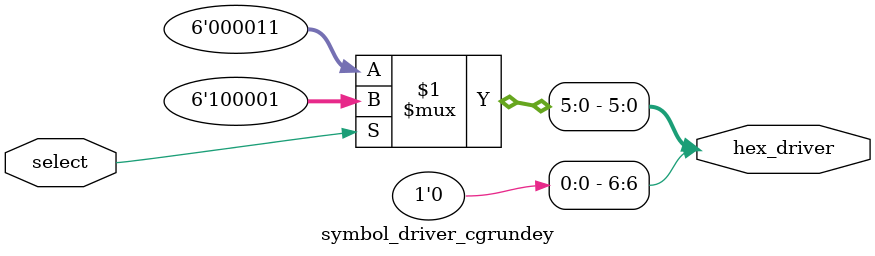
<source format=v>


module symbol_driver_cgrundey(select, hex_driver);
	input        select;
	output [6:0] hex_driver;

	// select = 0 -> b
	// select = 1 -> d
	assign hex_driver = (select) ? 6'b0100001 : 6'b0000011;
  
endmodule 
</source>
